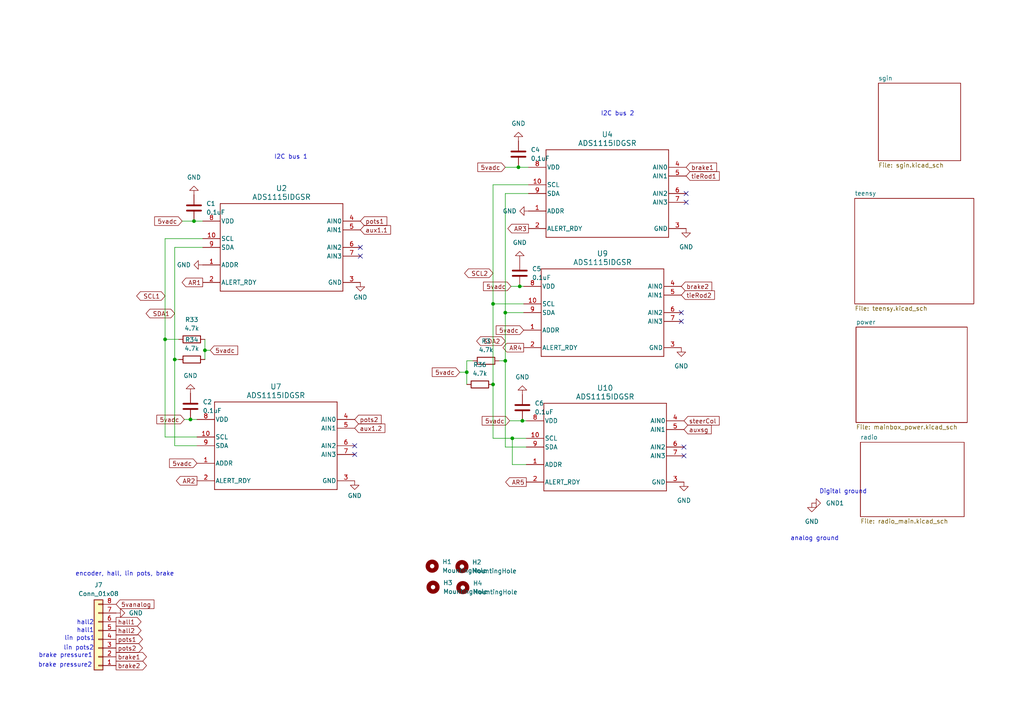
<source format=kicad_sch>
(kicad_sch (version 20230121) (generator eeschema)
  (paper "A4")
  (lib_symbols
    (symbol "Connector_Generic:Conn_01x08" (pin_names (offset 1.016) hide)
      (property "Reference" "J" (at 0 10.16 0))
      (property "Value" "Conn_01x08" (at 0 -12.7 0))
      (symbol "Conn_01x08_1_1"
        (rectangle (start -1.27 -10.033) (end 0 -10.287) (stroke (width 0.1524)))
        (rectangle (start -1.27 -7.493) (end 0 -7.747) (stroke (width 0.1524)))
        (rectangle (start -1.27 -4.953) (end 0 -5.207) (stroke (width 0.1524)))
        (rectangle (start -1.27 -2.413) (end 0 -2.667) (stroke (width 0.1524)))
        (rectangle (start -1.27 0.127) (end 0 -0.127) (stroke (width 0.1524)))
        (rectangle (start -1.27 2.667) (end 0 2.413) (stroke (width 0.1524)))
        (rectangle (start -1.27 5.207) (end 0 4.953) (stroke (width 0.1524)))
        (rectangle (start -1.27 7.747) (end 0 7.493) (stroke (width 0.1524)))
        (rectangle (start -1.27 8.89) (end 1.27 -11.43) (stroke (width 0.254)) (fill (type background)))
        (pin passive line (at -5.08 7.62 0) (length 3.81) (name "Pin_1") (number "1"))
        (pin passive line (at -5.08 5.08 0) (length 3.81) (name "Pin_2") (number "2"))
        (pin passive line (at -5.08 2.54 0) (length 3.81) (name "Pin_3") (number "3"))
        (pin passive line (at -5.08 0 0) (length 3.81) (name "Pin_4") (number "4"))
        (pin passive line (at -5.08 -2.54 0) (length 3.81) (name "Pin_5") (number "5"))
        (pin passive line (at -5.08 -5.08 0) (length 3.81) (name "Pin_6") (number "6"))
        (pin passive line (at -5.08 -7.62 0) (length 3.81) (name "Pin_7") (number "7"))
        (pin passive line (at -5.08 -10.16 0) (length 3.81) (name "Pin_8") (number "8"))
      )
    )
    (symbol "Device:C" (pin_numbers hide) (pin_names (offset 0.254))
      (property "Reference" "C" (at 0.635 2.54 0))
      (property "Value" "C" (at 0.635 -2.54 0))
      (symbol "C_0_1"
        (polyline (pts (xy -2.032 -0.762) (xy 2.032 -0.762)) (stroke (width 0.508)))
        (polyline (pts (xy -2.032 0.762) (xy 2.032 0.762)) (stroke (width 0.508)))
      )
      (symbol "C_1_1"
        (pin passive line (at 0 3.81 270) (length 2.794) (name "~") (number "1"))
        (pin passive line (at 0 -3.81 90) (length 2.794) (name "~") (number "2"))
      )
    )
    (symbol "Device:R" (pin_numbers hide) (pin_names (offset 0))
      (property "Reference" "R" (at 2.032 0 90))
      (property "Value" "R" (at 0 0 90))
      (symbol "R_0_1"
        (rectangle (start -1.016 -2.54) (end 1.016 2.54) (stroke (width 0.254)))
      )
      (symbol "R_1_1"
        (pin passive line (at 0 3.81 270) (length 1.27) (name "~") (number "1"))
        (pin passive line (at 0 -3.81 90) (length 1.27) (name "~") (number "2"))
      )
    )
    (symbol "Mechanical:MountingHole" (pin_names (offset 1.016))
      (property "Reference" "H" (at 0 5.08 0))
      (property "Value" "MountingHole" (at 0 3.175 0))
      (symbol "MountingHole_0_1"
        (circle (center 0 0) (radius 1.27) (stroke (width 1.27)))
      )
    )
    (symbol "mainbox:ADS1115IDGSR" (pin_names (offset 0.254))
      (property "Reference" "U" (at 0 2.54 0))
      (property "Value" "ADS1115IDGSR" (at 0 0 0))
      (symbol "ADS1115IDGSR_0_1"
        (polyline (pts (xy -17.78 -12.7) (xy 17.78 -12.7)) (stroke (width 0.2032)))
        (polyline (pts (xy -17.78 12.7) (xy -17.78 -12.7)) (stroke (width 0.2032)))
        (polyline (pts (xy 17.78 -12.7) (xy 17.78 12.7)) (stroke (width 0.2032)))
        (polyline (pts (xy 17.78 12.7) (xy -17.78 12.7)) (stroke (width 0.2032)))
        (pin input line (at -22.86 -5.08 0) (length 5.08) (name "ADDR") (number "1"))
        (pin input line (at -22.86 2.54 0) (length 5.08) (name "SCL") (number "10"))
        (pin output line (at -22.86 -10.16 0) (length 5.08) (name "ALERT_RDY") (number "2"))
        (pin power_in line (at 22.86 -10.16 180) (length 5.08) (name "GND") (number "3"))
        (pin input line (at 22.86 7.62 180) (length 5.08) (name "AIN0") (number "4"))
        (pin input line (at 22.86 5.08 180) (length 5.08) (name "AIN1") (number "5"))
        (pin input line (at 22.86 0 180) (length 5.08) (name "AIN2") (number "6"))
        (pin input line (at 22.86 -2.54 180) (length 5.08) (name "AIN3") (number "7"))
        (pin power_in line (at -22.86 7.62 0) (length 5.08) (name "VDD") (number "8"))
        (pin bidirectional line (at -22.86 0 0) (length 5.08) (name "SDA") (number "9"))
      )
    )
    (symbol "power:GND" (power) (pin_names (offset 0))
      (property "Value" "GND" (at 0 -3.81 0))
      (symbol "GND_0_1"
        (polyline (pts (xy 0 0) (xy 0 -1.27) (xy 1.27 -1.27) (xy 0 -2.54) (xy -1.27 -1.27) (xy 0 -1.27)))
      )
      (symbol "GND_1_1"
        (pin power_in line (at 0 0 270) (length 0) hide (name "GND") (number "1"))
      )
    )
    (symbol "power:GND1" (power) (pin_names (offset 0))
      (property "Value" "GND1" (at 0 -3.81 0))
      (symbol "GND1_0_1"
        (polyline (pts (xy 0 0) (xy 0 -1.27) (xy 1.27 -1.27) (xy 0 -2.54) (xy -1.27 -1.27) (xy 0 -1.27)))
      )
      (symbol "GND1_1_1"
        (pin power_in line (at 0 0 270) (length 0) hide (name "GND1") (number "1"))
      )
    )
  )
  (junction (at 150.368 48.514))
  (junction (at 59.436 101.6))
  (junction (at 56.261 64.135))
  (junction (at 143.002 111.506))
  (junction (at 55.245 121.666))
  (junction (at 151.511 122.047))
  (junction (at 143.002 88.138))
  (junction (at 146.558 104.648))
  (junction (at 146.558 90.678))
  (junction (at 50.673 104.267))
  (junction (at 135.382 107.95))
  (junction (at 150.749 83.058))
  (junction (at 148.59 127.127))
  (junction (at 47.879 98.425))
  (no_connect (at 104.521 74.295))
  (no_connect (at 197.612 90.678))
  (no_connect (at 102.87 129.286))
  (no_connect (at 199.009 58.674))
  (no_connect (at 198.374 129.667))
  (no_connect (at 198.374 132.207))
  (no_connect (at 104.521 71.755))
  (no_connect (at 199.009 56.134))
  (no_connect (at 197.612 93.218))
  (no_connect (at 102.87 131.826))
  (wire (pts (xy 143.002 127.127) (xy 148.59 127.127)))
  (wire (pts (xy 60.96 101.6) (xy 59.436 101.6)))
  (wire (pts (xy 51.816 104.267) (xy 50.673 104.267)))
  (wire (pts (xy 47.879 126.746) (xy 57.15 126.746)))
  (wire (pts (xy 47.879 98.425) (xy 47.879 126.746)))
  (wire (pts (xy 52.832 64.135) (xy 56.261 64.135)))
  (wire (pts (xy 146.558 56.134) (xy 146.558 90.678)))
  (wire (pts (xy 135.382 104.648) (xy 135.382 107.95)))
  (wire (pts (xy 150.749 83.058) (xy 151.892 83.058)))
  (wire (pts (xy 148.59 134.747) (xy 148.59 127.127)))
  (wire (pts (xy 152.654 134.747) (xy 148.59 134.747)))
  (wire (pts (xy 146.558 90.678) (xy 146.558 104.648)))
  (wire (pts (xy 153.289 56.134) (xy 146.558 56.134)))
  (wire (pts (xy 47.879 69.215) (xy 47.879 98.425)))
  (wire (pts (xy 147.828 122.047) (xy 151.511 122.047)))
  (wire (pts (xy 47.879 98.425) (xy 51.816 98.425)))
  (wire (pts (xy 152.654 129.667) (xy 146.558 129.667)))
  (wire (pts (xy 146.558 104.648) (xy 146.558 129.667)))
  (wire (pts (xy 59.436 98.425) (xy 59.436 101.6)))
  (wire (pts (xy 53.467 121.666) (xy 55.245 121.666)))
  (wire (pts (xy 143.002 53.594) (xy 153.289 53.594)))
  (wire (pts (xy 146.558 48.514) (xy 150.368 48.514)))
  (wire (pts (xy 143.002 111.506) (xy 143.002 127.127)))
  (wire (pts (xy 146.558 90.678) (xy 151.892 90.678)))
  (wire (pts (xy 143.002 88.138) (xy 143.002 111.506)))
  (wire (pts (xy 150.368 48.514) (xy 153.289 48.514)))
  (wire (pts (xy 133.35 107.95) (xy 135.382 107.95)))
  (wire (pts (xy 143.002 88.138) (xy 143.002 53.594)))
  (wire (pts (xy 50.673 104.267) (xy 50.673 129.286)))
  (wire (pts (xy 144.78 104.648) (xy 146.558 104.648)))
  (wire (pts (xy 50.673 71.755) (xy 50.673 104.267)))
  (wire (pts (xy 148.59 127.127) (xy 152.654 127.127)))
  (wire (pts (xy 50.673 71.755) (xy 58.801 71.755)))
  (wire (pts (xy 57.15 129.286) (xy 50.673 129.286)))
  (wire (pts (xy 137.16 104.648) (xy 135.382 104.648)))
  (wire (pts (xy 148.209 83.058) (xy 150.749 83.058)))
  (wire (pts (xy 59.436 101.6) (xy 59.436 104.267)))
  (wire (pts (xy 135.382 107.95) (xy 135.382 111.506)))
  (wire (pts (xy 58.801 69.215) (xy 47.879 69.215)))
  (wire (pts (xy 56.261 64.135) (xy 58.801 64.135)))
  (wire (pts (xy 151.511 122.047) (xy 152.654 122.047)))
  (wire (pts (xy 55.245 121.666) (xy 57.15 121.666)))
  (wire (pts (xy 143.002 88.138) (xy 151.892 88.138)))
  (text "brake pressure2" (at 11.049 193.675 0) (effects (font (size 1.27 1.27)) (justify left bottom)))
  (text "hall2" (at 22.225 181.356 0) (effects (font (size 1.27 1.27)) (justify left bottom)))
  (text "analog ground" (at 229.235 156.972 0) (effects (font (size 1.27 1.27)) (justify left bottom)))
  (text "Digital ground" (at 237.617 143.383 0) (effects (font (size 1.27 1.27)) (justify left bottom)))
  (text "lin pots1" (at 18.669 185.928 0) (effects (font (size 1.27 1.27)) (justify left bottom)))
  (text "encoder, hall, lin pots, brake" (at 21.844 167.259 0) (effects (font (size 1.27 1.27)) (justify left bottom)))
  (text "I2C bus 1" (at 79.502 46.355 0) (effects (font (size 1.27 1.27)) (justify left bottom)))
  (text "I2C bus 2" (at 174.244 33.782 0) (effects (font (size 1.27 1.27)) (justify left bottom)))
  (text "lin pots2" (at 18.415 188.722 0) (effects (font (size 1.27 1.27)) (justify left bottom)))
  (text "hall1" (at 22.225 183.642 0) (effects (font (size 1.27 1.27)) (justify left bottom)))
  (text "brake pressure1" (at 11.176 190.881 0) (effects (font (size 1.27 1.27)) (justify left bottom)))
  (global_label "AR3" (shape output) (at 153.289 66.294 180) (property "Intersheetrefs" "${INTERSHEET_REFS}" (effects hide)))
  (global_label "SDA1" (shape bidirectional) (at 50.673 90.932 180) (property "Intersheetrefs" "${INTERSHEET_REFS}" (effects hide)))
  (global_label "SCL2" (shape bidirectional) (at 143.002 79.248 180) (property "Intersheetrefs" "${INTERSHEET_REFS}" (effects hide)))
  (global_label "hall2" (shape output) (at 33.655 182.88 0) (property "Intersheetrefs" "${INTERSHEET_REFS}" (effects hide)))
  (global_label "auxsg" (shape input) (at 198.374 124.587 0) (property "Intersheetrefs" "${INTERSHEET_REFS}" (effects hide)))
  (global_label "tieRod2" (shape input) (at 197.612 85.598 0) (property "Intersheetrefs" "${INTERSHEET_REFS}" (effects hide)))
  (global_label "AR5" (shape output) (at 152.654 139.827 180) (property "Intersheetrefs" "${INTERSHEET_REFS}" (effects hide)))
  (global_label "5vadc" (shape input) (at 151.892 95.758 180) (property "Intersheetrefs" "${INTERSHEET_REFS}" (effects hide)))
  (global_label "tieRod1" (shape input) (at 199.009 51.054 0) (property "Intersheetrefs" "${INTERSHEET_REFS}" (effects hide)))
  (global_label "5vadc" (shape input) (at 147.828 122.047 180) (property "Intersheetrefs" "${INTERSHEET_REFS}" (effects hide)))
  (global_label "pots2" (shape output) (at 33.655 187.96 0) (property "Intersheetrefs" "${INTERSHEET_REFS}" (effects hide)))
  (global_label "SCL1" (shape bidirectional) (at 47.879 85.852 180) (property "Intersheetrefs" "${INTERSHEET_REFS}" (effects hide)))
  (global_label "steerCol" (shape input) (at 198.374 122.047 0) (property "Intersheetrefs" "${INTERSHEET_REFS}" (effects hide)))
  (global_label "pots1" (shape input) (at 104.521 64.135 0) (property "Intersheetrefs" "${INTERSHEET_REFS}" (effects hide)))
  (global_label "pots1" (shape output) (at 33.655 185.42 0) (property "Intersheetrefs" "${INTERSHEET_REFS}" (effects hide)))
  (global_label "AR4" (shape output) (at 151.892 100.838 180) (property "Intersheetrefs" "${INTERSHEET_REFS}" (effects hide)))
  (global_label "5vanalog" (shape input) (at 33.655 175.26 0) (property "Intersheetrefs" "${INTERSHEET_REFS}" (effects hide)))
  (global_label "5vadc" (shape input) (at 133.35 107.95 180) (property "Intersheetrefs" "${INTERSHEET_REFS}" (effects hide)))
  (global_label "AR1" (shape output) (at 58.801 81.915 180) (property "Intersheetrefs" "${INTERSHEET_REFS}" (effects hide)))
  (global_label "brake2" (shape input) (at 197.612 83.058 0) (property "Intersheetrefs" "${INTERSHEET_REFS}" (effects hide)))
  (global_label "brake1" (shape input) (at 199.009 48.514 0) (property "Intersheetrefs" "${INTERSHEET_REFS}" (effects hide)))
  (global_label "5vadc" (shape input) (at 57.15 134.366 180) (property "Intersheetrefs" "${INTERSHEET_REFS}" (effects hide)))
  (global_label "aux1.2" (shape input) (at 102.87 124.206 0) (property "Intersheetrefs" "${INTERSHEET_REFS}" (effects hide)))
  (global_label "SDA2" (shape bidirectional) (at 146.558 98.933 180) (property "Intersheetrefs" "${INTERSHEET_REFS}" (effects hide)))
  (global_label "5vadc" (shape input) (at 53.467 121.666 180) (property "Intersheetrefs" "${INTERSHEET_REFS}" (effects hide)))
  (global_label "pots2" (shape input) (at 102.87 121.666 0) (property "Intersheetrefs" "${INTERSHEET_REFS}" (effects hide)))
  (global_label "AR2" (shape output) (at 57.15 139.446 180) (property "Intersheetrefs" "${INTERSHEET_REFS}" (effects hide)))
  (global_label "brake1" (shape output) (at 33.655 190.5 0) (property "Intersheetrefs" "${INTERSHEET_REFS}" (effects hide)))
  (global_label "hall1" (shape output) (at 33.655 180.34 0) (property "Intersheetrefs" "${INTERSHEET_REFS}" (effects hide)))
  (global_label "aux1.1" (shape input) (at 104.521 66.675 0) (property "Intersheetrefs" "${INTERSHEET_REFS}" (effects hide)))
  (global_label "5vadc" (shape input) (at 146.558 48.514 180) (property "Intersheetrefs" "${INTERSHEET_REFS}" (effects hide)))
  (global_label "5vadc" (shape input) (at 52.832 64.135 180) (property "Intersheetrefs" "${INTERSHEET_REFS}" (effects hide)))
  (global_label "5vadc" (shape input) (at 148.209 83.058 180) (property "Intersheetrefs" "${INTERSHEET_REFS}" (effects hide)))
  (global_label "brake2" (shape output) (at 33.655 193.04 0) (property "Intersheetrefs" "${INTERSHEET_REFS}" (effects hide)))
  (global_label "5vadc" (shape input) (at 60.96 101.6 0) (property "Intersheetrefs" "${INTERSHEET_REFS}" (effects hide)))
  (symbol (lib_id "Mechanical:MountingHole") (at 134.239 170.434 0) (unit 1)
    (property "Reference" "H4" (at 137.16 169.164 0) (effects (justify left)))
    (property "Value" "MountingHole" (at 137.16 171.704 0) (effects (justify left)))
    (property "Footprint" "MountingHole:MountingHole_3.2mm_M3_Pad" (effects hide))
  )
  (symbol (lib_id "power:GND") (at 150.368 40.894 180) (unit 1)
    (property "Reference" "#PWR017" (effects hide))
    (property "Value" "GND" (at 150.368 35.814 0))
  )
  (symbol (lib_id "power:GND") (at 150.749 75.438 180) (unit 1)
    (property "Reference" "#PWR019" (effects hide))
    (property "Value" "GND" (at 150.749 70.358 0))
  )
  (symbol (lib_id "Device:C") (at 151.511 118.237 0) (unit 1)
    (property "Reference" "C6" (at 155.067 116.967 0) (effects (justify left)))
    (property "Value" "0.1uF" (at 155.067 119.507 0) (effects (justify left)))
    (property "Footprint" "Capacitor_SMD:C_0603_1608Metric" (effects hide))
  )
  (symbol (lib_id "power:GND") (at 198.374 139.827 0) (unit 1)
    (property "Reference" "#PWR012" (effects hide))
    (property "Value" "GND" (at 198.374 145.161 0))
  )
  (symbol (lib_id "power:GND") (at 55.245 114.046 180) (unit 1)
    (property "Reference" "#PWR015" (effects hide))
    (property "Value" "GND" (at 55.245 108.966 0))
  )
  (symbol (lib_id "Mechanical:MountingHole") (at 133.985 164.338 0) (unit 1)
    (property "Reference" "H2" (at 136.906 163.068 0) (effects (justify left)))
    (property "Value" "MountingHole" (at 136.906 165.608 0) (effects (justify left)))
    (property "Footprint" "MountingHole:MountingHole_3.2mm_M3_Pad" (effects hide))
  )
  (symbol (lib_id "power:GND") (at 153.289 61.214 270) (unit 1)
    (property "Reference" "#PWR06" (effects hide))
    (property "Value" "GND" (at 149.86 61.214 90) (effects (justify right)))
  )
  (symbol (lib_id "mainbox:ADS1115IDGSR") (at 176.149 56.134 0) (unit 1)
    (property "Reference" "U4" (at 176.149 38.989 0) (effects (font (size 1.524 1.524))))
    (property "Value" "ADS1115IDGSR" (at 176.149 41.529 0) (effects (font (size 1.524 1.524))))
    (property "Footprint" "mainboxfp:DGS0010A_M" (effects hide))
    (property "Datasheet" "ADS1115IDGSR" (effects hide))
  )
  (symbol (lib_id "Device:C") (at 150.749 79.248 0) (unit 1)
    (property "Reference" "C5" (at 154.305 77.978 0) (effects (justify left)))
    (property "Value" "0.1uF" (at 154.305 80.518 0) (effects (justify left)))
    (property "Footprint" "Capacitor_SMD:C_0603_1608Metric" (effects hide))
  )
  (symbol (lib_id "Device:C") (at 150.368 44.704 0) (unit 1)
    (property "Reference" "C4" (at 153.924 43.434 0) (effects (justify left)))
    (property "Value" "0.1uF" (at 153.924 45.974 0) (effects (justify left)))
    (property "Footprint" "Capacitor_SMD:C_0603_1608Metric" (effects hide))
  )
  (symbol (lib_id "mainbox:ADS1115IDGSR") (at 174.752 90.678 0) (unit 1)
    (property "Reference" "U9" (at 174.752 73.533 0) (effects (font (size 1.524 1.524))))
    (property "Value" "ADS1115IDGSR" (at 174.752 76.073 0) (effects (font (size 1.524 1.524))))
    (property "Footprint" "mainboxfp:DGS0010A_M" (effects hide))
    (property "Datasheet" "ADS1115IDGSR" (effects hide))
  )
  (symbol (lib_id "power:GND") (at 199.009 66.294 0) (unit 1)
    (property "Reference" "#PWR08" (effects hide))
    (property "Value" "GND" (at 199.009 71.628 0))
  )
  (symbol (lib_id "power:GND") (at 102.87 139.446 0) (unit 1)
    (property "Reference" "#PWR05" (effects hide))
    (property "Value" "GND" (at 102.87 143.764 0))
  )
  (symbol (lib_id "Mechanical:MountingHole") (at 125.349 164.211 0) (unit 1)
    (property "Reference" "H1" (at 128.27 162.941 0) (effects (justify left)))
    (property "Value" "MountingHole" (at 128.27 165.481 0) (effects (justify left)))
    (property "Footprint" "MountingHole:MountingHole_3.2mm_M3_Pad" (effects hide))
  )
  (symbol (lib_id "mainbox:ADS1115IDGSR") (at 80.01 129.286 0) (unit 1)
    (property "Reference" "U7" (at 80.01 112.141 0) (effects (font (size 1.524 1.524))))
    (property "Value" "ADS1115IDGSR" (at 80.01 114.681 0) (effects (font (size 1.524 1.524))))
    (property "Footprint" "mainboxfp:DGS0010A_M" (effects hide))
    (property "Datasheet" "ADS1115IDGSR" (effects hide))
  )
  (symbol (lib_id "power:GND") (at 235.458 145.923 0) (unit 1)
    (property "Reference" "#PWR07" (effects hide))
    (property "Value" "GND" (at 235.458 151.257 0))
  )
  (symbol (lib_id "power:GND1") (at 235.458 145.923 90) (unit 1)
    (property "Reference" "#PWR018" (effects hide))
    (property "Value" "GND1" (at 239.522 145.923 90) (effects (justify right)))
  )
  (symbol (lib_id "mainbox:ADS1115IDGSR") (at 175.514 129.667 0) (unit 1)
    (property "Reference" "U10" (at 175.514 112.522 0) (effects (font (size 1.524 1.524))))
    (property "Value" "ADS1115IDGSR" (at 175.514 115.062 0) (effects (font (size 1.524 1.524))))
    (property "Footprint" "mainboxfp:DGS0010A_M" (effects hide))
    (property "Datasheet" "ADS1115IDGSR" (effects hide))
  )
  (symbol (lib_id "mainbox:ADS1115IDGSR") (at 81.661 71.755 0) (unit 1)
    (property "Reference" "U2" (at 81.661 54.61 0) (effects (font (size 1.524 1.524))))
    (property "Value" "ADS1115IDGSR" (at 81.661 57.15 0) (effects (font (size 1.524 1.524))))
    (property "Footprint" "mainboxfp:DGS0010A_M" (effects hide))
    (property "Datasheet" "ADS1115IDGSR" (effects hide))
  )
  (symbol (lib_id "Device:C") (at 55.245 117.856 0) (unit 1)
    (property "Reference" "C2" (at 58.801 116.586 0) (effects (justify left)))
    (property "Value" "0.1uF" (at 58.801 119.126 0) (effects (justify left)))
    (property "Footprint" "Capacitor_SMD:C_0603_1608Metric" (effects hide))
  )
  (symbol (lib_id "Device:R") (at 55.626 98.425 90) (unit 1)
    (property "Reference" "R33" (at 55.626 92.71 90))
    (property "Value" "4.7k" (at 55.626 95.25 90))
    (property "Footprint" "Resistor_SMD:R_0603_1608Metric" (effects hide))
  )
  (symbol (lib_id "Connector_Generic:Conn_01x08") (at 28.575 185.42 180) (unit 1)
    (property "Reference" "J7" (at 28.575 169.672 0))
    (property "Value" "Conn_01x08" (at 28.575 172.212 0))
    (property "Footprint" "peripheralio:SMD_picoblade_hori_1x08" (effects hide))
  )
  (symbol (lib_id "Device:R") (at 55.626 104.267 90) (unit 1)
    (property "Reference" "R34" (at 55.626 98.552 90))
    (property "Value" "4.7k" (at 55.626 101.092 90))
    (property "Footprint" "Resistor_SMD:R_0603_1608Metric" (effects hide))
  )
  (symbol (lib_id "Mechanical:MountingHole") (at 125.603 170.307 0) (unit 1)
    (property "Reference" "H3" (at 128.524 169.037 0) (effects (justify left)))
    (property "Value" "MountingHole" (at 128.524 171.577 0) (effects (justify left)))
    (property "Footprint" "MountingHole:MountingHole_3.2mm_M3_Pad" (effects hide))
  )
  (symbol (lib_id "power:GND") (at 197.612 100.838 0) (unit 1)
    (property "Reference" "#PWR09" (effects hide))
    (property "Value" "GND" (at 197.612 106.172 0))
  )
  (symbol (lib_id "Device:R") (at 139.192 111.506 90) (unit 1)
    (property "Reference" "R36" (at 139.192 105.791 90))
    (property "Value" "4.7k" (at 139.192 108.331 90))
    (property "Footprint" "Resistor_SMD:R_0603_1608Metric" (effects hide))
  )
  (symbol (lib_id "power:GND") (at 58.801 76.835 270) (unit 1)
    (property "Reference" "#PWR02" (effects hide))
    (property "Value" "GND" (at 55.372 76.835 90) (effects (justify right)))
  )
  (symbol (lib_id "power:GND") (at 104.521 81.915 0) (unit 1)
    (property "Reference" "#PWR04" (effects hide))
    (property "Value" "GND" (at 104.521 86.233 0))
  )
  (symbol (lib_id "Device:R") (at 140.97 104.648 90) (unit 1)
    (property "Reference" "R3" (at 140.97 98.933 90))
    (property "Value" "4.7k" (at 140.97 101.473 90))
    (property "Footprint" "Resistor_SMD:R_0603_1608Metric" (effects hide))
  )
  (symbol (lib_id "power:GND") (at 56.261 56.515 180) (unit 1)
    (property "Reference" "#PWR013" (effects hide))
    (property "Value" "GND" (at 56.261 51.435 0))
  )
  (symbol (lib_id "power:GND") (at 151.511 114.427 180) (unit 1)
    (property "Reference" "#PWR021" (effects hide))
    (property "Value" "GND" (at 151.511 109.347 0))
  )
  (symbol (lib_id "power:GND") (at 33.655 177.8 90) (unit 1)
    (property "Reference" "#PWR051" (effects hide))
    (property "Value" "GND" (at 37.338 177.8 90) (effects (justify right)))
  )
  (symbol (lib_id "Device:C") (at 56.261 60.325 0) (unit 1)
    (property "Reference" "C1" (at 59.817 59.055 0) (effects (justify left)))
    (property "Value" "0.1uF" (at 59.817 61.595 0) (effects (justify left)))
    (property "Footprint" "Capacitor_SMD:C_0603_1608Metric" (effects hide))
  )
  (sheet (at 248.285 94.869) (size 32.258 27.686) (stroke (width 0.1524))
    (property "Sheetname" "power" (at 248.285 94.1574 0) (effects (justify left bottom)))
    (property "Sheetfile" "mainbox_power.kicad_sch" (at 248.285 123.1396 0) (effects (justify left top)))
  )
  (sheet (at 249.555 128.27) (size 30.099 21.59) (stroke (width 0.1524))
    (property "Sheetname" "radio" (at 249.555 127.5584 0) (effects (justify left bottom)))
    (property "Sheetfile" "radio_main.kicad_sch" (at 249.555 150.4446 0) (effects (justify left top)))
  )
  (sheet (at 254.762 24.13) (size 23.876 22.479) (stroke (width 0.1524))
    (property "Sheetname" "sgin" (at 254.762 23.4184 0) (effects (justify left bottom)))
    (property "Sheetfile" "sgin.kicad_sch" (at 254.762 47.1936 0) (effects (justify left top)))
  )
  (sheet (at 247.904 57.531) (size 34.544 30.607) (stroke (width 0.1524))
    (property "Sheetname" "teensy" (at 247.904 56.8194 0) (effects (justify left bottom)))
    (property "Sheetfile" "teensy.kicad_sch" (at 247.904 88.7226 0) (effects (justify left top)))
  )
)
</source>
